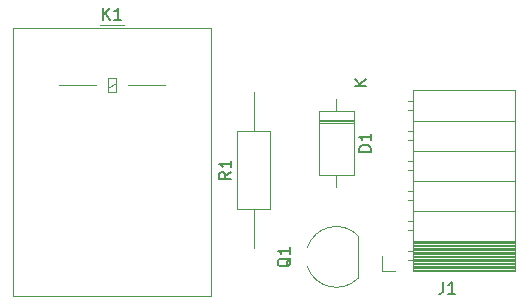
<source format=gbr>
%TF.GenerationSoftware,KiCad,Pcbnew,(5.1.9)-1*%
%TF.CreationDate,2021-08-19T10:12:21-05:00*%
%TF.ProjectId,rele,72656c65-2e6b-4696-9361-645f70636258,rev?*%
%TF.SameCoordinates,Original*%
%TF.FileFunction,Legend,Top*%
%TF.FilePolarity,Positive*%
%FSLAX46Y46*%
G04 Gerber Fmt 4.6, Leading zero omitted, Abs format (unit mm)*
G04 Created by KiCad (PCBNEW (5.1.9)-1) date 2021-08-19 10:12:21*
%MOMM*%
%LPD*%
G01*
G04 APERTURE LIST*
%ADD10C,0.120000*%
%ADD11C,0.150000*%
G04 APERTURE END LIST*
D10*
%TO.C,K1*%
X110350000Y-70200000D02*
X113500000Y-70200000D01*
X104500000Y-70200000D02*
X107650000Y-70200000D01*
X108000000Y-65090000D02*
X110000000Y-65090000D01*
X108650000Y-70800000D02*
X109350000Y-70800000D01*
X108650000Y-69600000D02*
X108650000Y-70800000D01*
X109350000Y-69600000D02*
X108650000Y-69600000D01*
X109350000Y-70800000D02*
X109350000Y-69600000D01*
X108650000Y-70400000D02*
X109350000Y-70000000D01*
X100650000Y-88050000D02*
X117350000Y-88050000D01*
X100650000Y-65350000D02*
X100650000Y-88050000D01*
X117350000Y-65350000D02*
X100650000Y-65350000D01*
X117350000Y-88050000D02*
X117350000Y-65350000D01*
%TO.C,J1*%
X133000000Y-85950000D02*
X131890000Y-85950000D01*
X131890000Y-85950000D02*
X131890000Y-84620000D01*
X143090000Y-85950000D02*
X143090000Y-70590000D01*
X143090000Y-70590000D02*
X134460000Y-70590000D01*
X134460000Y-85950000D02*
X134460000Y-70590000D01*
X143090000Y-85950000D02*
X134460000Y-85950000D01*
X143090000Y-73190000D02*
X134460000Y-73190000D01*
X143090000Y-75730000D02*
X134460000Y-75730000D01*
X143090000Y-78270000D02*
X134460000Y-78270000D01*
X143090000Y-80810000D02*
X134460000Y-80810000D01*
X143090000Y-83350000D02*
X134460000Y-83350000D01*
X134460000Y-71560000D02*
X134050000Y-71560000D01*
X134460000Y-72280000D02*
X134050000Y-72280000D01*
X134460000Y-74100000D02*
X134050000Y-74100000D01*
X134460000Y-74820000D02*
X134050000Y-74820000D01*
X134460000Y-76640000D02*
X134050000Y-76640000D01*
X134460000Y-77360000D02*
X134050000Y-77360000D01*
X134460000Y-79180000D02*
X134050000Y-79180000D01*
X134460000Y-79900000D02*
X134050000Y-79900000D01*
X134460000Y-81720000D02*
X134050000Y-81720000D01*
X134460000Y-82440000D02*
X134050000Y-82440000D01*
X134460000Y-84260000D02*
X134110000Y-84260000D01*
X134460000Y-84980000D02*
X134110000Y-84980000D01*
X143090000Y-83468100D02*
X134460000Y-83468100D01*
X143090000Y-83586195D02*
X134460000Y-83586195D01*
X143090000Y-83704290D02*
X134460000Y-83704290D01*
X143090000Y-83822385D02*
X134460000Y-83822385D01*
X143090000Y-83940480D02*
X134460000Y-83940480D01*
X143090000Y-84058575D02*
X134460000Y-84058575D01*
X143090000Y-84176670D02*
X134460000Y-84176670D01*
X143090000Y-84294765D02*
X134460000Y-84294765D01*
X143090000Y-84412860D02*
X134460000Y-84412860D01*
X143090000Y-84530955D02*
X134460000Y-84530955D01*
X143090000Y-84649050D02*
X134460000Y-84649050D01*
X143090000Y-84767145D02*
X134460000Y-84767145D01*
X143090000Y-84885240D02*
X134460000Y-84885240D01*
X143090000Y-85003335D02*
X134460000Y-85003335D01*
X143090000Y-85121430D02*
X134460000Y-85121430D01*
X143090000Y-85239525D02*
X134460000Y-85239525D01*
X143090000Y-85357620D02*
X134460000Y-85357620D01*
X143090000Y-85475715D02*
X134460000Y-85475715D01*
X143090000Y-85593810D02*
X134460000Y-85593810D01*
X143090000Y-85711905D02*
X134460000Y-85711905D01*
X143090000Y-85830000D02*
X134460000Y-85830000D01*
%TO.C,Q1*%
X129850000Y-86530000D02*
X129850000Y-82930000D01*
X129827684Y-82921555D02*
G75*
G03*
X125550000Y-83950000I-1827684J-1808445D01*
G01*
X129841741Y-86541875D02*
G75*
G02*
X125550000Y-85550000I-1841741J1811875D01*
G01*
%TO.C,R1*%
X119630000Y-80650000D02*
X122370000Y-80650000D01*
X122370000Y-80650000D02*
X122370000Y-74110000D01*
X122370000Y-74110000D02*
X119630000Y-74110000D01*
X119630000Y-74110000D02*
X119630000Y-80650000D01*
X121000000Y-83960000D02*
X121000000Y-80650000D01*
X121000000Y-70800000D02*
X121000000Y-74110000D01*
%TO.C,D1*%
X129470000Y-72360000D02*
X126530000Y-72360000D01*
X126530000Y-72360000D02*
X126530000Y-77800000D01*
X126530000Y-77800000D02*
X129470000Y-77800000D01*
X129470000Y-77800000D02*
X129470000Y-72360000D01*
X128000000Y-71340000D02*
X128000000Y-72360000D01*
X128000000Y-78820000D02*
X128000000Y-77800000D01*
X129470000Y-73260000D02*
X126530000Y-73260000D01*
X129470000Y-73380000D02*
X126530000Y-73380000D01*
X129470000Y-73140000D02*
X126530000Y-73140000D01*
%TO.C,K1*%
D11*
X108261904Y-64652380D02*
X108261904Y-63652380D01*
X108833333Y-64652380D02*
X108404761Y-64080952D01*
X108833333Y-63652380D02*
X108261904Y-64223809D01*
X109785714Y-64652380D02*
X109214285Y-64652380D01*
X109500000Y-64652380D02*
X109500000Y-63652380D01*
X109404761Y-63795238D01*
X109309523Y-63890476D01*
X109214285Y-63938095D01*
%TO.C,J1*%
X137046666Y-86842380D02*
X137046666Y-87556666D01*
X136999047Y-87699523D01*
X136903809Y-87794761D01*
X136760952Y-87842380D01*
X136665714Y-87842380D01*
X138046666Y-87842380D02*
X137475238Y-87842380D01*
X137760952Y-87842380D02*
X137760952Y-86842380D01*
X137665714Y-86985238D01*
X137570476Y-87080476D01*
X137475238Y-87128095D01*
%TO.C,Q1*%
X124147619Y-84825238D02*
X124100000Y-84920476D01*
X124004761Y-85015714D01*
X123861904Y-85158571D01*
X123814285Y-85253809D01*
X123814285Y-85349047D01*
X124052380Y-85301428D02*
X124004761Y-85396666D01*
X123909523Y-85491904D01*
X123719047Y-85539523D01*
X123385714Y-85539523D01*
X123195238Y-85491904D01*
X123100000Y-85396666D01*
X123052380Y-85301428D01*
X123052380Y-85110952D01*
X123100000Y-85015714D01*
X123195238Y-84920476D01*
X123385714Y-84872857D01*
X123719047Y-84872857D01*
X123909523Y-84920476D01*
X124004761Y-85015714D01*
X124052380Y-85110952D01*
X124052380Y-85301428D01*
X124052380Y-83920476D02*
X124052380Y-84491904D01*
X124052380Y-84206190D02*
X123052380Y-84206190D01*
X123195238Y-84301428D01*
X123290476Y-84396666D01*
X123338095Y-84491904D01*
%TO.C,R1*%
X119082380Y-77546666D02*
X118606190Y-77880000D01*
X119082380Y-78118095D02*
X118082380Y-78118095D01*
X118082380Y-77737142D01*
X118130000Y-77641904D01*
X118177619Y-77594285D01*
X118272857Y-77546666D01*
X118415714Y-77546666D01*
X118510952Y-77594285D01*
X118558571Y-77641904D01*
X118606190Y-77737142D01*
X118606190Y-78118095D01*
X119082380Y-76594285D02*
X119082380Y-77165714D01*
X119082380Y-76880000D02*
X118082380Y-76880000D01*
X118225238Y-76975238D01*
X118320476Y-77070476D01*
X118368095Y-77165714D01*
%TO.C,D1*%
X130922380Y-75818095D02*
X129922380Y-75818095D01*
X129922380Y-75580000D01*
X129970000Y-75437142D01*
X130065238Y-75341904D01*
X130160476Y-75294285D01*
X130350952Y-75246666D01*
X130493809Y-75246666D01*
X130684285Y-75294285D01*
X130779523Y-75341904D01*
X130874761Y-75437142D01*
X130922380Y-75580000D01*
X130922380Y-75818095D01*
X130922380Y-74294285D02*
X130922380Y-74865714D01*
X130922380Y-74580000D02*
X129922380Y-74580000D01*
X130065238Y-74675238D01*
X130160476Y-74770476D01*
X130208095Y-74865714D01*
X130552380Y-70261904D02*
X129552380Y-70261904D01*
X130552380Y-69690476D02*
X129980952Y-70119047D01*
X129552380Y-69690476D02*
X130123809Y-70261904D01*
%TD*%
M02*

</source>
